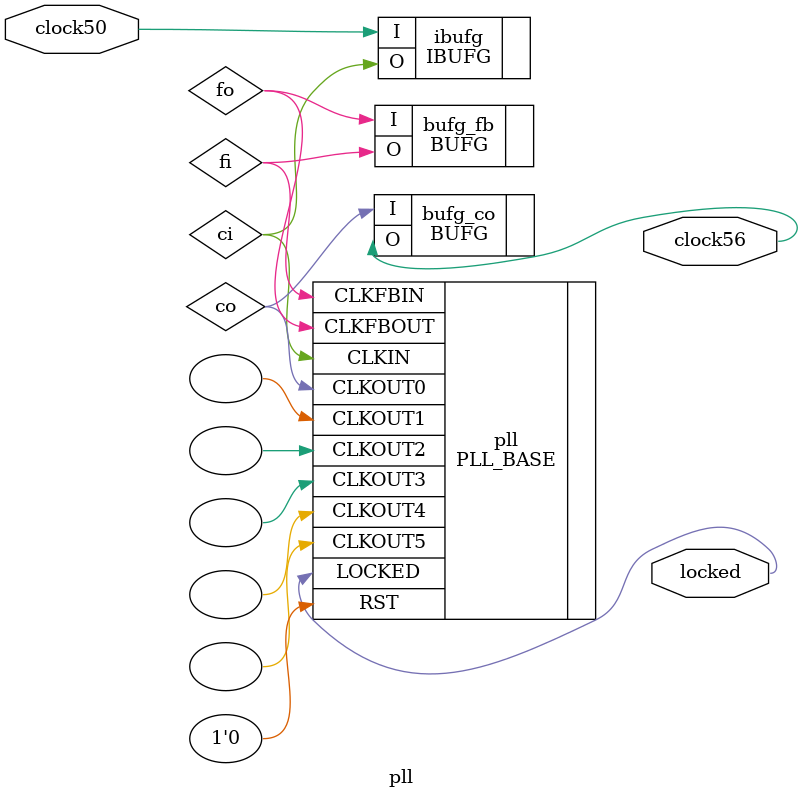
<source format=v>
module pll
//-------------------------------------------------------------------------------------------------
(
	input  wire clock50,
	output wire clock56,
	output wire locked
);
//-------------------------------------------------------------------------------------------------

wire ci;

IBUFG ibufg(.I(clock50), .O(ci));

PLL_BASE #
(
	.CLKIN_PERIOD  (20.000),
	.CLKFBOUT_MULT (25    ),
	.CLKOUT0_DIVIDE(11    ),
	.DIVCLK_DIVIDE ( 2    )
)
pll
(
	.RST     (1'b0  ),
	.CLKIN   (ci    ),
	.CLKFBIN (fi    ),
	.CLKFBOUT(fo    ),
	.CLKOUT0 (co    ),
	.CLKOUT1 (      ),
	.CLKOUT2 (      ),
	.CLKOUT3 (      ),
	.CLKOUT4 (      ),
	.CLKOUT5 (      ),
	.LOCKED  (locked)
);

BUFG bufg_fb(.I(fo), .O(fi));
BUFG bufg_co(.I(co), .O(clock56));

//-------------------------------------------------------------------------------------------------
endmodule
//-------------------------------------------------------------------------------------------------

</source>
